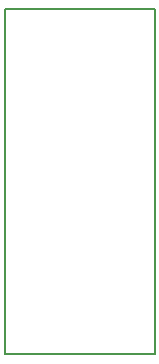
<source format=gko>
G04 #@! TF.FileFunction,Profile,NP*
%FSLAX46Y46*%
G04 Gerber Fmt 4.6, Leading zero omitted, Abs format (unit mm)*
G04 Created by KiCad (PCBNEW 4.0.7-e2-6376~58~ubuntu16.04.1) date Sat Jan 13 09:35:41 2018*
%MOMM*%
%LPD*%
G01*
G04 APERTURE LIST*
%ADD10C,0.100000*%
%ADD11C,0.150000*%
G04 APERTURE END LIST*
D10*
D11*
X154940000Y-90170000D02*
X154940000Y-96520000D01*
X142240000Y-90170000D02*
X154940000Y-90170000D01*
X142240000Y-119380000D02*
X142240000Y-90170000D01*
X154940000Y-119380000D02*
X142240000Y-119380000D01*
X154940000Y-96520000D02*
X154940000Y-119380000D01*
M02*

</source>
